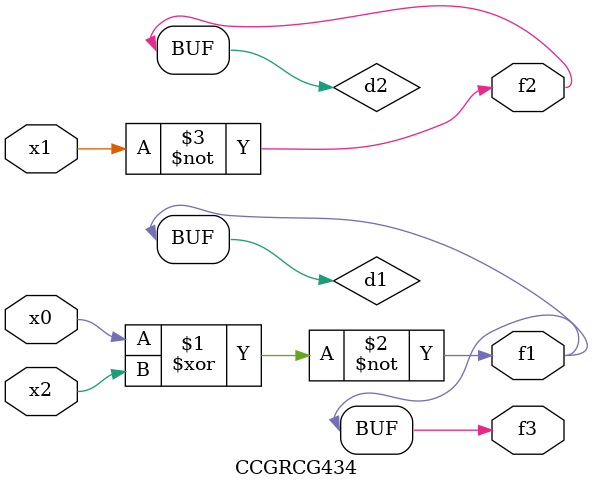
<source format=v>
module CCGRCG434(
	input x0, x1, x2,
	output f1, f2, f3
);

	wire d1, d2, d3;

	xnor (d1, x0, x2);
	nand (d2, x1);
	nor (d3, x1, x2);
	assign f1 = d1;
	assign f2 = d2;
	assign f3 = d1;
endmodule

</source>
